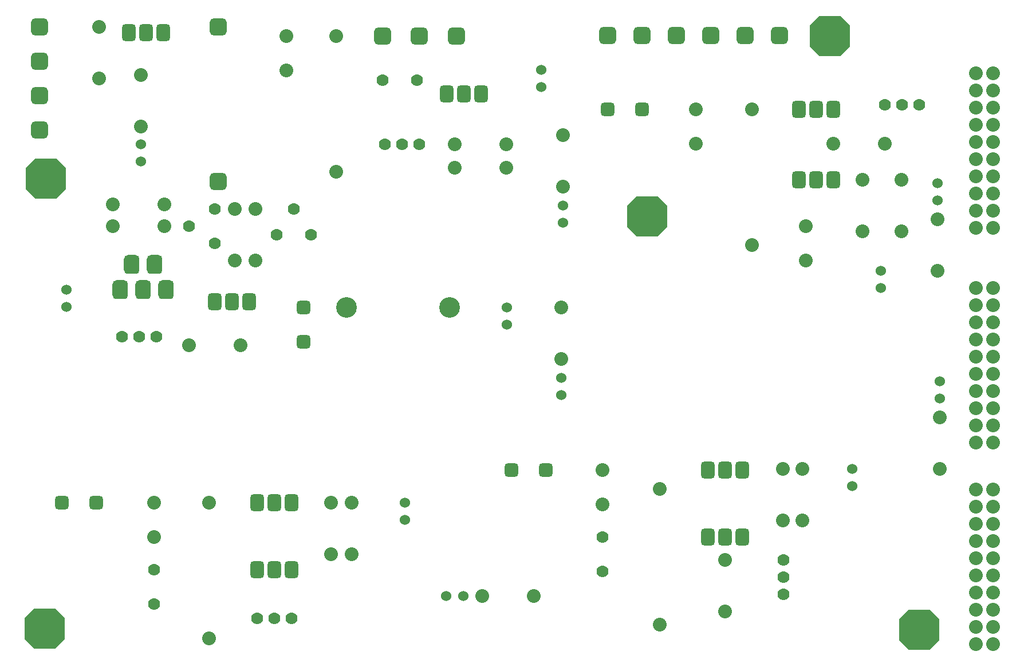
<source format=gtl>
%FSLAX25Y25*%
%MOIN*%
G70*
G01*
G75*
G04 Layer_Physical_Order=1*
G04 Layer_Color=255*
G04:AMPARAMS|DCode=10|XSize=100mil|YSize=100mil|CornerRadius=25mil|HoleSize=0mil|Usage=FLASHONLY|Rotation=0.000|XOffset=0mil|YOffset=0mil|HoleType=Round|Shape=RoundedRectangle|*
%AMROUNDEDRECTD10*
21,1,0.10000,0.05000,0,0,0.0*
21,1,0.05000,0.10000,0,0,0.0*
1,1,0.05000,0.02500,-0.02500*
1,1,0.05000,-0.02500,-0.02500*
1,1,0.05000,-0.02500,0.02500*
1,1,0.05000,0.02500,0.02500*
%
%ADD10ROUNDEDRECTD10*%
%ADD11C,0.08000*%
G04:AMPARAMS|DCode=12|XSize=80mil|YSize=100mil|CornerRadius=20mil|HoleSize=0mil|Usage=FLASHONLY|Rotation=0.000|XOffset=0mil|YOffset=0mil|HoleType=Round|Shape=RoundedRectangle|*
%AMROUNDEDRECTD12*
21,1,0.08000,0.06000,0,0,0.0*
21,1,0.04000,0.10000,0,0,0.0*
1,1,0.04000,0.02000,-0.03000*
1,1,0.04000,-0.02000,-0.03000*
1,1,0.04000,-0.02000,0.03000*
1,1,0.04000,0.02000,0.03000*
%
%ADD12ROUNDEDRECTD12*%
%ADD13C,0.07000*%
%ADD14C,0.06000*%
%ADD15C,0.12000*%
G04:AMPARAMS|DCode=16|XSize=100mil|YSize=100mil|CornerRadius=25mil|HoleSize=0mil|Usage=FLASHONLY|Rotation=90.000|XOffset=0mil|YOffset=0mil|HoleType=Round|Shape=RoundedRectangle|*
%AMROUNDEDRECTD16*
21,1,0.10000,0.05000,0,0,90.0*
21,1,0.05000,0.10000,0,0,90.0*
1,1,0.05000,0.02500,0.02500*
1,1,0.05000,0.02500,-0.02500*
1,1,0.05000,-0.02500,-0.02500*
1,1,0.05000,-0.02500,0.02500*
%
%ADD16ROUNDEDRECTD16*%
G04:AMPARAMS|DCode=17|XSize=90mil|YSize=110mil|CornerRadius=22.5mil|HoleSize=0mil|Usage=FLASHONLY|Rotation=0.000|XOffset=0mil|YOffset=0mil|HoleType=Round|Shape=RoundedRectangle|*
%AMROUNDEDRECTD17*
21,1,0.09000,0.06500,0,0,0.0*
21,1,0.04500,0.11000,0,0,0.0*
1,1,0.04500,0.02250,-0.03250*
1,1,0.04500,-0.02250,-0.03250*
1,1,0.04500,-0.02250,0.03250*
1,1,0.04500,0.02250,0.03250*
%
%ADD17ROUNDEDRECTD17*%
G04:AMPARAMS|DCode=18|XSize=80mil|YSize=80mil|CornerRadius=20mil|HoleSize=0mil|Usage=FLASHONLY|Rotation=90.000|XOffset=0mil|YOffset=0mil|HoleType=Round|Shape=RoundedRectangle|*
%AMROUNDEDRECTD18*
21,1,0.08000,0.04000,0,0,90.0*
21,1,0.04000,0.08000,0,0,90.0*
1,1,0.04000,0.02000,0.02000*
1,1,0.04000,0.02000,-0.02000*
1,1,0.04000,-0.02000,-0.02000*
1,1,0.04000,-0.02000,0.02000*
%
%ADD18ROUNDEDRECTD18*%
G04:AMPARAMS|DCode=19|XSize=80mil|YSize=80mil|CornerRadius=20mil|HoleSize=0mil|Usage=FLASHONLY|Rotation=0.000|XOffset=0mil|YOffset=0mil|HoleType=Round|Shape=RoundedRectangle|*
%AMROUNDEDRECTD19*
21,1,0.08000,0.04000,0,0,0.0*
21,1,0.04000,0.08000,0,0,0.0*
1,1,0.04000,0.02000,-0.02000*
1,1,0.04000,-0.02000,-0.02000*
1,1,0.04000,-0.02000,0.02000*
1,1,0.04000,0.02000,0.02000*
%
%ADD19ROUNDEDRECTD19*%
G04:AMPARAMS|DCode=20|XSize=236.22mil|YSize=236.22mil|CornerRadius=0mil|HoleSize=0mil|Usage=FLASHONLY|Rotation=0.000|XOffset=0mil|YOffset=0mil|HoleType=Round|Shape=Octagon|*
%AMOCTAGOND20*
4,1,8,0.11811,-0.05906,0.11811,0.05906,0.05906,0.11811,-0.05906,0.11811,-0.11811,0.05906,-0.11811,-0.05906,-0.05906,-0.11811,0.05906,-0.11811,0.11811,-0.05906,0.0*
%
%ADD20OCTAGOND20*%

D10*
X345000Y376000D02*
D03*
X365000D02*
D03*
X214000Y375500D02*
D03*
X235500D02*
D03*
X257000D02*
D03*
X425000Y376000D02*
D03*
X445000D02*
D03*
X385000D02*
D03*
X405000D02*
D03*
D11*
X413500Y40500D02*
D03*
Y70500D02*
D03*
X458500Y93500D02*
D03*
Y123500D02*
D03*
X447000D02*
D03*
Y93500D02*
D03*
X375500Y33000D02*
D03*
Y112000D02*
D03*
X342000Y123000D02*
D03*
Y103000D02*
D03*
X476500Y313000D02*
D03*
X506500D02*
D03*
X196000Y74000D02*
D03*
Y104000D02*
D03*
X184000D02*
D03*
Y74000D02*
D03*
X113000Y25000D02*
D03*
Y104000D02*
D03*
X81000D02*
D03*
Y84000D02*
D03*
X49000Y381000D02*
D03*
Y351000D02*
D03*
X73500Y323000D02*
D03*
Y353000D02*
D03*
X319000Y288000D02*
D03*
Y318000D02*
D03*
X318000Y187500D02*
D03*
Y217500D02*
D03*
X538500Y153500D02*
D03*
Y123500D02*
D03*
X272000Y49500D02*
D03*
X302000D02*
D03*
X537000Y269000D02*
D03*
Y239000D02*
D03*
X286000Y299000D02*
D03*
X256000D02*
D03*
Y312500D02*
D03*
X286000D02*
D03*
X187000Y296500D02*
D03*
Y375500D02*
D03*
X158000D02*
D03*
Y355500D02*
D03*
X57000Y277500D02*
D03*
X87000D02*
D03*
X57000Y265000D02*
D03*
X87000D02*
D03*
X128000Y245000D02*
D03*
Y275000D02*
D03*
X140000D02*
D03*
Y245000D02*
D03*
X131500Y195500D02*
D03*
X101500D02*
D03*
X516000Y292000D02*
D03*
Y262000D02*
D03*
X493500D02*
D03*
Y292000D02*
D03*
X460500Y265000D02*
D03*
Y245000D02*
D03*
X396500Y333000D02*
D03*
Y313000D02*
D03*
X429000Y254000D02*
D03*
Y333000D02*
D03*
X569500Y21500D02*
D03*
Y31500D02*
D03*
Y41500D02*
D03*
Y51500D02*
D03*
Y61500D02*
D03*
Y71500D02*
D03*
Y81500D02*
D03*
Y91500D02*
D03*
Y101500D02*
D03*
Y111500D02*
D03*
X559500Y21500D02*
D03*
Y31500D02*
D03*
Y41500D02*
D03*
Y51500D02*
D03*
Y61500D02*
D03*
Y71500D02*
D03*
Y81500D02*
D03*
Y91500D02*
D03*
Y101500D02*
D03*
Y111500D02*
D03*
X569500Y264000D02*
D03*
Y274000D02*
D03*
Y284000D02*
D03*
Y294000D02*
D03*
Y304000D02*
D03*
Y314000D02*
D03*
Y324000D02*
D03*
Y334000D02*
D03*
Y344000D02*
D03*
Y354000D02*
D03*
X559500Y264000D02*
D03*
Y274000D02*
D03*
Y284000D02*
D03*
Y294000D02*
D03*
Y304000D02*
D03*
Y314000D02*
D03*
Y324000D02*
D03*
Y334000D02*
D03*
Y344000D02*
D03*
Y354000D02*
D03*
X569500Y139000D02*
D03*
Y149000D02*
D03*
Y159000D02*
D03*
Y169000D02*
D03*
Y179000D02*
D03*
Y189000D02*
D03*
Y199000D02*
D03*
Y209000D02*
D03*
Y219000D02*
D03*
Y229000D02*
D03*
X559500Y139000D02*
D03*
Y149000D02*
D03*
Y159000D02*
D03*
Y169000D02*
D03*
Y179000D02*
D03*
Y189000D02*
D03*
Y199000D02*
D03*
Y209000D02*
D03*
Y219000D02*
D03*
Y229000D02*
D03*
D12*
X423500Y84000D02*
D03*
X413500D02*
D03*
X403500D02*
D03*
X423500Y123000D02*
D03*
X413500D02*
D03*
X403500D02*
D03*
X161000Y65000D02*
D03*
X151000D02*
D03*
X141000D02*
D03*
X161000Y104000D02*
D03*
X151000D02*
D03*
X141000D02*
D03*
X271500Y342000D02*
D03*
X261500D02*
D03*
X251500D02*
D03*
X86500Y377500D02*
D03*
X76500D02*
D03*
X66500D02*
D03*
X136500Y221000D02*
D03*
X126500D02*
D03*
X116500D02*
D03*
X476500Y292000D02*
D03*
X466500D02*
D03*
X456500D02*
D03*
X476500Y333000D02*
D03*
X466500D02*
D03*
X456500D02*
D03*
D13*
X526500Y335500D02*
D03*
X516500D02*
D03*
X506500D02*
D03*
X215500Y312500D02*
D03*
X225500D02*
D03*
X235500D02*
D03*
X214000Y350000D02*
D03*
X234000D02*
D03*
X101500Y265000D02*
D03*
X116500Y275000D02*
D03*
Y255000D02*
D03*
X162500Y275000D02*
D03*
X172500Y260000D02*
D03*
X152500D02*
D03*
X62500Y200500D02*
D03*
X72500D02*
D03*
X82500D02*
D03*
X81000Y65000D02*
D03*
Y45000D02*
D03*
X141000Y36500D02*
D03*
X151000D02*
D03*
X161000D02*
D03*
X342000Y84000D02*
D03*
Y64000D02*
D03*
X447500Y50500D02*
D03*
Y60500D02*
D03*
Y70500D02*
D03*
D14*
X227000Y94000D02*
D03*
Y104000D02*
D03*
X73500Y302500D02*
D03*
Y312500D02*
D03*
X319000Y267000D02*
D03*
Y277000D02*
D03*
X318000Y166500D02*
D03*
Y176500D02*
D03*
X538500Y174500D02*
D03*
Y164500D02*
D03*
X251000Y49500D02*
D03*
X261000D02*
D03*
X537000Y290000D02*
D03*
Y280000D02*
D03*
X306500Y346000D02*
D03*
Y356000D02*
D03*
X30000Y218000D02*
D03*
Y228000D02*
D03*
X286500Y207500D02*
D03*
Y217500D02*
D03*
X504000Y229000D02*
D03*
Y239000D02*
D03*
X487500Y113500D02*
D03*
Y123500D02*
D03*
D15*
X253000Y217500D02*
D03*
X193000D02*
D03*
D16*
X14500Y361000D02*
D03*
Y381000D02*
D03*
Y321000D02*
D03*
Y341000D02*
D03*
X118500Y291000D02*
D03*
Y381000D02*
D03*
D17*
X88300Y228000D02*
D03*
X81600Y242500D02*
D03*
X74900Y228000D02*
D03*
X61500D02*
D03*
X68200Y242500D02*
D03*
D18*
X168000Y197500D02*
D03*
Y217500D02*
D03*
D19*
X289000Y123000D02*
D03*
X309000D02*
D03*
X27500Y104000D02*
D03*
X47500D02*
D03*
X345000Y333000D02*
D03*
X365000D02*
D03*
D20*
X17500Y30500D02*
D03*
X526500Y30000D02*
D03*
X474500Y375500D02*
D03*
X18000Y292500D02*
D03*
X368000Y270500D02*
D03*
M02*

</source>
